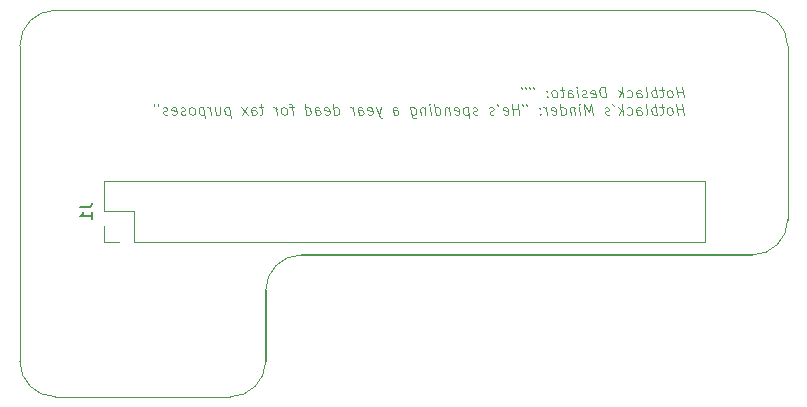
<source format=gbr>
G04 #@! TF.GenerationSoftware,KiCad,Pcbnew,(6.0.1)*
G04 #@! TF.CreationDate,2022-12-05T14:44:52+00:00*
G04 #@! TF.ProjectId,retropie-minicade-hat,72657472-6f70-4696-952d-6d696e696361,rev?*
G04 #@! TF.SameCoordinates,Original*
G04 #@! TF.FileFunction,Legend,Bot*
G04 #@! TF.FilePolarity,Positive*
%FSLAX46Y46*%
G04 Gerber Fmt 4.6, Leading zero omitted, Abs format (unit mm)*
G04 Created by KiCad (PCBNEW (6.0.1)) date 2022-12-05 14:44:52*
%MOMM*%
%LPD*%
G01*
G04 APERTURE LIST*
G04 #@! TA.AperFunction,Profile*
%ADD10C,0.100000*%
G04 #@! TD*
G04 #@! TA.AperFunction,Profile*
%ADD11C,0.150000*%
G04 #@! TD*
%ADD12C,0.120000*%
%ADD13C,0.150000*%
G04 APERTURE END LIST*
D10*
X143510000Y-65024000D02*
X143499680Y-50291999D01*
X78499680Y-50291999D02*
X78499680Y-77013320D01*
D11*
X99314000Y-77018556D02*
X99314000Y-71013528D01*
D10*
X96314005Y-80013321D02*
G75*
G03*
X99314000Y-77018556I-2J3000002D01*
G01*
X140499680Y-47291999D02*
X81499680Y-47291999D01*
X81499680Y-80013320D02*
X96314005Y-80013320D01*
X102313995Y-68018763D02*
G75*
G03*
X99314000Y-71013528I2J-3000002D01*
G01*
D11*
X140510005Y-68018764D02*
X102313995Y-68018764D01*
D10*
X143499680Y-50291999D02*
G75*
G03*
X140499680Y-47291999I-3000001J-1D01*
G01*
X81499680Y-47291999D02*
G75*
G03*
X78499680Y-50291999I1J-3000001D01*
G01*
X140510005Y-68018765D02*
G75*
G03*
X143510000Y-65024000I-2J3000002D01*
G01*
X78499680Y-77013320D02*
G75*
G03*
X81499680Y-80013320I3000001J1D01*
G01*
D12*
X134703357Y-54673642D02*
X134590857Y-53773642D01*
X134644428Y-54202214D02*
X134130142Y-54202214D01*
X134189071Y-54673642D02*
X134076571Y-53773642D01*
X133631928Y-54673642D02*
X133712285Y-54630785D01*
X133749785Y-54587928D01*
X133781928Y-54502214D01*
X133749785Y-54245071D01*
X133696214Y-54159357D01*
X133648000Y-54116500D01*
X133556928Y-54073642D01*
X133428357Y-54073642D01*
X133348000Y-54116500D01*
X133310500Y-54159357D01*
X133278357Y-54245071D01*
X133310500Y-54502214D01*
X133364071Y-54587928D01*
X133412285Y-54630785D01*
X133503357Y-54673642D01*
X133631928Y-54673642D01*
X132999785Y-54073642D02*
X132656928Y-54073642D01*
X132833714Y-53773642D02*
X132930142Y-54545071D01*
X132898000Y-54630785D01*
X132817642Y-54673642D01*
X132731928Y-54673642D01*
X132431928Y-54673642D02*
X132319428Y-53773642D01*
X132362285Y-54116500D02*
X132271214Y-54073642D01*
X132099785Y-54073642D01*
X132019428Y-54116500D01*
X131981928Y-54159357D01*
X131949785Y-54245071D01*
X131981928Y-54502214D01*
X132035500Y-54587928D01*
X132083714Y-54630785D01*
X132174785Y-54673642D01*
X132346214Y-54673642D01*
X132426571Y-54630785D01*
X131489071Y-54673642D02*
X131569428Y-54630785D01*
X131601571Y-54545071D01*
X131505142Y-53773642D01*
X130760500Y-54673642D02*
X130701571Y-54202214D01*
X130733714Y-54116500D01*
X130814071Y-54073642D01*
X130985500Y-54073642D01*
X131076571Y-54116500D01*
X130755142Y-54630785D02*
X130846214Y-54673642D01*
X131060500Y-54673642D01*
X131140857Y-54630785D01*
X131173000Y-54545071D01*
X131162285Y-54459357D01*
X131108714Y-54373642D01*
X131017642Y-54330785D01*
X130803357Y-54330785D01*
X130712285Y-54287928D01*
X129940857Y-54630785D02*
X130031928Y-54673642D01*
X130203357Y-54673642D01*
X130283714Y-54630785D01*
X130321214Y-54587928D01*
X130353357Y-54502214D01*
X130321214Y-54245071D01*
X130267642Y-54159357D01*
X130219428Y-54116500D01*
X130128357Y-54073642D01*
X129956928Y-54073642D01*
X129876571Y-54116500D01*
X129560500Y-54673642D02*
X129448000Y-53773642D01*
X129431928Y-54330785D02*
X129217642Y-54673642D01*
X129142642Y-54073642D02*
X129528357Y-54416500D01*
X128146214Y-54673642D02*
X128033714Y-53773642D01*
X127819428Y-53773642D01*
X127696214Y-53816500D01*
X127621214Y-53902214D01*
X127589071Y-53987928D01*
X127567642Y-54159357D01*
X127583714Y-54287928D01*
X127648000Y-54459357D01*
X127701571Y-54545071D01*
X127798000Y-54630785D01*
X127931928Y-54673642D01*
X128146214Y-54673642D01*
X126898000Y-54630785D02*
X126989071Y-54673642D01*
X127160500Y-54673642D01*
X127240857Y-54630785D01*
X127273000Y-54545071D01*
X127230142Y-54202214D01*
X127176571Y-54116500D01*
X127085500Y-54073642D01*
X126914071Y-54073642D01*
X126833714Y-54116500D01*
X126801571Y-54202214D01*
X126812285Y-54287928D01*
X127251571Y-54373642D01*
X126512285Y-54630785D02*
X126431928Y-54673642D01*
X126260500Y-54673642D01*
X126169428Y-54630785D01*
X126115857Y-54545071D01*
X126110500Y-54502214D01*
X126142642Y-54416500D01*
X126223000Y-54373642D01*
X126351571Y-54373642D01*
X126431928Y-54330785D01*
X126464071Y-54245071D01*
X126458714Y-54202214D01*
X126405142Y-54116500D01*
X126314071Y-54073642D01*
X126185500Y-54073642D01*
X126105142Y-54116500D01*
X125746214Y-54673642D02*
X125671214Y-54073642D01*
X125633714Y-53773642D02*
X125681928Y-53816500D01*
X125644428Y-53859357D01*
X125596214Y-53816500D01*
X125633714Y-53773642D01*
X125644428Y-53859357D01*
X124931928Y-54673642D02*
X124873000Y-54202214D01*
X124905142Y-54116500D01*
X124985500Y-54073642D01*
X125156928Y-54073642D01*
X125248000Y-54116500D01*
X124926571Y-54630785D02*
X125017642Y-54673642D01*
X125231928Y-54673642D01*
X125312285Y-54630785D01*
X125344428Y-54545071D01*
X125333714Y-54459357D01*
X125280142Y-54373642D01*
X125189071Y-54330785D01*
X124974785Y-54330785D01*
X124883714Y-54287928D01*
X124556928Y-54073642D02*
X124214071Y-54073642D01*
X124390857Y-53773642D02*
X124487285Y-54545071D01*
X124455142Y-54630785D01*
X124374785Y-54673642D01*
X124289071Y-54673642D01*
X123860500Y-54673642D02*
X123940857Y-54630785D01*
X123978357Y-54587928D01*
X124010500Y-54502214D01*
X123978357Y-54245071D01*
X123924785Y-54159357D01*
X123876571Y-54116500D01*
X123785500Y-54073642D01*
X123656928Y-54073642D01*
X123576571Y-54116500D01*
X123539071Y-54159357D01*
X123506928Y-54245071D01*
X123539071Y-54502214D01*
X123592642Y-54587928D01*
X123640857Y-54630785D01*
X123731928Y-54673642D01*
X123860500Y-54673642D01*
X123164071Y-54587928D02*
X123126571Y-54630785D01*
X123174785Y-54673642D01*
X123212285Y-54630785D01*
X123164071Y-54587928D01*
X123174785Y-54673642D01*
X123105142Y-54116500D02*
X123067642Y-54159357D01*
X123115857Y-54202214D01*
X123153357Y-54159357D01*
X123105142Y-54116500D01*
X123115857Y-54202214D01*
X121990857Y-53773642D02*
X122012285Y-53945071D01*
X121648000Y-53773642D02*
X121669428Y-53945071D01*
X121305142Y-53773642D02*
X121326571Y-53945071D01*
X120962285Y-53773642D02*
X120983714Y-53945071D01*
X134703357Y-56122642D02*
X134590857Y-55222642D01*
X134644428Y-55651214D02*
X134130142Y-55651214D01*
X134189071Y-56122642D02*
X134076571Y-55222642D01*
X133631928Y-56122642D02*
X133712285Y-56079785D01*
X133749785Y-56036928D01*
X133781928Y-55951214D01*
X133749785Y-55694071D01*
X133696214Y-55608357D01*
X133648000Y-55565500D01*
X133556928Y-55522642D01*
X133428357Y-55522642D01*
X133348000Y-55565500D01*
X133310500Y-55608357D01*
X133278357Y-55694071D01*
X133310500Y-55951214D01*
X133364071Y-56036928D01*
X133412285Y-56079785D01*
X133503357Y-56122642D01*
X133631928Y-56122642D01*
X132999785Y-55522642D02*
X132656928Y-55522642D01*
X132833714Y-55222642D02*
X132930142Y-55994071D01*
X132898000Y-56079785D01*
X132817642Y-56122642D01*
X132731928Y-56122642D01*
X132431928Y-56122642D02*
X132319428Y-55222642D01*
X132362285Y-55565500D02*
X132271214Y-55522642D01*
X132099785Y-55522642D01*
X132019428Y-55565500D01*
X131981928Y-55608357D01*
X131949785Y-55694071D01*
X131981928Y-55951214D01*
X132035500Y-56036928D01*
X132083714Y-56079785D01*
X132174785Y-56122642D01*
X132346214Y-56122642D01*
X132426571Y-56079785D01*
X131489071Y-56122642D02*
X131569428Y-56079785D01*
X131601571Y-55994071D01*
X131505142Y-55222642D01*
X130760500Y-56122642D02*
X130701571Y-55651214D01*
X130733714Y-55565500D01*
X130814071Y-55522642D01*
X130985500Y-55522642D01*
X131076571Y-55565500D01*
X130755142Y-56079785D02*
X130846214Y-56122642D01*
X131060500Y-56122642D01*
X131140857Y-56079785D01*
X131172999Y-55994071D01*
X131162285Y-55908357D01*
X131108714Y-55822642D01*
X131017642Y-55779785D01*
X130803357Y-55779785D01*
X130712285Y-55736928D01*
X129940857Y-56079785D02*
X130031928Y-56122642D01*
X130203357Y-56122642D01*
X130283714Y-56079785D01*
X130321214Y-56036928D01*
X130353357Y-55951214D01*
X130321214Y-55694071D01*
X130267642Y-55608357D01*
X130219428Y-55565500D01*
X130128357Y-55522642D01*
X129956928Y-55522642D01*
X129876571Y-55565500D01*
X129560499Y-56122642D02*
X129447999Y-55222642D01*
X129431928Y-55779785D02*
X129217642Y-56122642D01*
X129142642Y-55522642D02*
X129528357Y-55865500D01*
X128676571Y-55222642D02*
X128783714Y-55394071D01*
X128440857Y-56079785D02*
X128360500Y-56122642D01*
X128189071Y-56122642D01*
X128098000Y-56079785D01*
X128044428Y-55994071D01*
X128039071Y-55951214D01*
X128071214Y-55865500D01*
X128151571Y-55822642D01*
X128280142Y-55822642D01*
X128360500Y-55779785D01*
X128392642Y-55694071D01*
X128387285Y-55651214D01*
X128333714Y-55565500D01*
X128242642Y-55522642D01*
X128114071Y-55522642D01*
X128033714Y-55565500D01*
X126989071Y-56122642D02*
X126876571Y-55222642D01*
X126656928Y-55865500D01*
X126276571Y-55222642D01*
X126389071Y-56122642D01*
X125960500Y-56122642D02*
X125885500Y-55522642D01*
X125848000Y-55222642D02*
X125896214Y-55265500D01*
X125858714Y-55308357D01*
X125810500Y-55265500D01*
X125848000Y-55222642D01*
X125858714Y-55308357D01*
X125456928Y-55522642D02*
X125531928Y-56122642D01*
X125467642Y-55608357D02*
X125419428Y-55565500D01*
X125328357Y-55522642D01*
X125199785Y-55522642D01*
X125119428Y-55565500D01*
X125087285Y-55651214D01*
X125146214Y-56122642D01*
X124331928Y-56122642D02*
X124219428Y-55222642D01*
X124326571Y-56079785D02*
X124417642Y-56122642D01*
X124589071Y-56122642D01*
X124669428Y-56079785D01*
X124706928Y-56036928D01*
X124739071Y-55951214D01*
X124706928Y-55694071D01*
X124653357Y-55608357D01*
X124605142Y-55565500D01*
X124514071Y-55522642D01*
X124342642Y-55522642D01*
X124262285Y-55565500D01*
X123555142Y-56079785D02*
X123646214Y-56122642D01*
X123817642Y-56122642D01*
X123898000Y-56079785D01*
X123930142Y-55994071D01*
X123887285Y-55651214D01*
X123833714Y-55565500D01*
X123742642Y-55522642D01*
X123571214Y-55522642D01*
X123490857Y-55565500D01*
X123458714Y-55651214D01*
X123469428Y-55736928D01*
X123908714Y-55822642D01*
X123131928Y-56122642D02*
X123056928Y-55522642D01*
X123078357Y-55694071D02*
X123024785Y-55608357D01*
X122976571Y-55565500D01*
X122885500Y-55522642D01*
X122799785Y-55522642D01*
X122564071Y-56036928D02*
X122526571Y-56079785D01*
X122574785Y-56122642D01*
X122612285Y-56079785D01*
X122564071Y-56036928D01*
X122574785Y-56122642D01*
X122505142Y-55565500D02*
X122467642Y-55608357D01*
X122515857Y-55651214D01*
X122553357Y-55608357D01*
X122505142Y-55565500D01*
X122515857Y-55651214D01*
X121390857Y-55222642D02*
X121412285Y-55394071D01*
X121048000Y-55222642D02*
X121069428Y-55394071D01*
X120774785Y-56122642D02*
X120662285Y-55222642D01*
X120715857Y-55651214D02*
X120201571Y-55651214D01*
X120260500Y-56122642D02*
X120148000Y-55222642D01*
X119483714Y-56079785D02*
X119574785Y-56122642D01*
X119746214Y-56122642D01*
X119826571Y-56079785D01*
X119858714Y-55994071D01*
X119815857Y-55651214D01*
X119762285Y-55565500D01*
X119671214Y-55522642D01*
X119499785Y-55522642D01*
X119419428Y-55565500D01*
X119387285Y-55651214D01*
X119398000Y-55736928D01*
X119837285Y-55822642D01*
X118905142Y-55222642D02*
X119012285Y-55394071D01*
X118669428Y-56079785D02*
X118589071Y-56122642D01*
X118417642Y-56122642D01*
X118326571Y-56079785D01*
X118273000Y-55994071D01*
X118267642Y-55951214D01*
X118299785Y-55865500D01*
X118380142Y-55822642D01*
X118508714Y-55822642D01*
X118589071Y-55779785D01*
X118621214Y-55694071D01*
X118615857Y-55651214D01*
X118562285Y-55565500D01*
X118471214Y-55522642D01*
X118342642Y-55522642D01*
X118262285Y-55565500D01*
X117255142Y-56079785D02*
X117174785Y-56122642D01*
X117003357Y-56122642D01*
X116912285Y-56079785D01*
X116858714Y-55994071D01*
X116853357Y-55951214D01*
X116885500Y-55865500D01*
X116965857Y-55822642D01*
X117094428Y-55822642D01*
X117174785Y-55779785D01*
X117206928Y-55694071D01*
X117201571Y-55651214D01*
X117148000Y-55565500D01*
X117056928Y-55522642D01*
X116928357Y-55522642D01*
X116848000Y-55565500D01*
X116414071Y-55522642D02*
X116526571Y-56422642D01*
X116419428Y-55565500D02*
X116328357Y-55522642D01*
X116156928Y-55522642D01*
X116076571Y-55565500D01*
X116039071Y-55608357D01*
X116006928Y-55694071D01*
X116039071Y-55951214D01*
X116092642Y-56036928D01*
X116140857Y-56079785D01*
X116231928Y-56122642D01*
X116403357Y-56122642D01*
X116483714Y-56079785D01*
X115326571Y-56079785D02*
X115417642Y-56122642D01*
X115589071Y-56122642D01*
X115669428Y-56079785D01*
X115701571Y-55994071D01*
X115658714Y-55651214D01*
X115605142Y-55565500D01*
X115514071Y-55522642D01*
X115342642Y-55522642D01*
X115262285Y-55565500D01*
X115230142Y-55651214D01*
X115240857Y-55736928D01*
X115680142Y-55822642D01*
X114828357Y-55522642D02*
X114903357Y-56122642D01*
X114839071Y-55608357D02*
X114790857Y-55565500D01*
X114699785Y-55522642D01*
X114571214Y-55522642D01*
X114490857Y-55565500D01*
X114458714Y-55651214D01*
X114517642Y-56122642D01*
X113703357Y-56122642D02*
X113590857Y-55222642D01*
X113698000Y-56079785D02*
X113789071Y-56122642D01*
X113960500Y-56122642D01*
X114040857Y-56079785D01*
X114078357Y-56036928D01*
X114110500Y-55951214D01*
X114078357Y-55694071D01*
X114024785Y-55608357D01*
X113976571Y-55565500D01*
X113885500Y-55522642D01*
X113714071Y-55522642D01*
X113633714Y-55565500D01*
X113274785Y-56122642D02*
X113199785Y-55522642D01*
X113162285Y-55222642D02*
X113210500Y-55265500D01*
X113173000Y-55308357D01*
X113124785Y-55265500D01*
X113162285Y-55222642D01*
X113173000Y-55308357D01*
X112771214Y-55522642D02*
X112846214Y-56122642D01*
X112781928Y-55608357D02*
X112733714Y-55565500D01*
X112642642Y-55522642D01*
X112514071Y-55522642D01*
X112433714Y-55565500D01*
X112401571Y-55651214D01*
X112460500Y-56122642D01*
X111571214Y-55522642D02*
X111662285Y-56251214D01*
X111715857Y-56336928D01*
X111764071Y-56379785D01*
X111855142Y-56422642D01*
X111983714Y-56422642D01*
X112064071Y-56379785D01*
X111640857Y-56079785D02*
X111731928Y-56122642D01*
X111903357Y-56122642D01*
X111983714Y-56079785D01*
X112021214Y-56036928D01*
X112053357Y-55951214D01*
X112021214Y-55694071D01*
X111967642Y-55608357D01*
X111919428Y-55565500D01*
X111828357Y-55522642D01*
X111656928Y-55522642D01*
X111576571Y-55565500D01*
X110146214Y-56122642D02*
X110087285Y-55651214D01*
X110119428Y-55565500D01*
X110199785Y-55522642D01*
X110371214Y-55522642D01*
X110462285Y-55565500D01*
X110140857Y-56079785D02*
X110231928Y-56122642D01*
X110446214Y-56122642D01*
X110526571Y-56079785D01*
X110558714Y-55994071D01*
X110548000Y-55908357D01*
X110494428Y-55822642D01*
X110403357Y-55779785D01*
X110189071Y-55779785D01*
X110098000Y-55736928D01*
X109042642Y-55522642D02*
X108903357Y-56122642D01*
X108614071Y-55522642D02*
X108903357Y-56122642D01*
X109015857Y-56336928D01*
X109064071Y-56379785D01*
X109155142Y-56422642D01*
X107998000Y-56079785D02*
X108089071Y-56122642D01*
X108260500Y-56122642D01*
X108340857Y-56079785D01*
X108373000Y-55994071D01*
X108330142Y-55651214D01*
X108276571Y-55565500D01*
X108185500Y-55522642D01*
X108014071Y-55522642D01*
X107933714Y-55565500D01*
X107901571Y-55651214D01*
X107912285Y-55736928D01*
X108351571Y-55822642D01*
X107189071Y-56122642D02*
X107130142Y-55651214D01*
X107162285Y-55565500D01*
X107242642Y-55522642D01*
X107414071Y-55522642D01*
X107505142Y-55565500D01*
X107183714Y-56079785D02*
X107274785Y-56122642D01*
X107489071Y-56122642D01*
X107569428Y-56079785D01*
X107601571Y-55994071D01*
X107590857Y-55908357D01*
X107537285Y-55822642D01*
X107446214Y-55779785D01*
X107231928Y-55779785D01*
X107140857Y-55736928D01*
X106760500Y-56122642D02*
X106685500Y-55522642D01*
X106706928Y-55694071D02*
X106653357Y-55608357D01*
X106605142Y-55565500D01*
X106514071Y-55522642D01*
X106428357Y-55522642D01*
X105131928Y-56122642D02*
X105019428Y-55222642D01*
X105126571Y-56079785D02*
X105217642Y-56122642D01*
X105389071Y-56122642D01*
X105469428Y-56079785D01*
X105506928Y-56036928D01*
X105539071Y-55951214D01*
X105506928Y-55694071D01*
X105453357Y-55608357D01*
X105405142Y-55565500D01*
X105314071Y-55522642D01*
X105142642Y-55522642D01*
X105062285Y-55565500D01*
X104355142Y-56079785D02*
X104446214Y-56122642D01*
X104617642Y-56122642D01*
X104698000Y-56079785D01*
X104730142Y-55994071D01*
X104687285Y-55651214D01*
X104633714Y-55565500D01*
X104542642Y-55522642D01*
X104371214Y-55522642D01*
X104290857Y-55565500D01*
X104258714Y-55651214D01*
X104269428Y-55736928D01*
X104708714Y-55822642D01*
X103546214Y-56122642D02*
X103487285Y-55651214D01*
X103519428Y-55565500D01*
X103599785Y-55522642D01*
X103771214Y-55522642D01*
X103862285Y-55565500D01*
X103540857Y-56079785D02*
X103631928Y-56122642D01*
X103846214Y-56122642D01*
X103926571Y-56079785D01*
X103958714Y-55994071D01*
X103948000Y-55908357D01*
X103894428Y-55822642D01*
X103803357Y-55779785D01*
X103589071Y-55779785D01*
X103498000Y-55736928D01*
X102731928Y-56122642D02*
X102619428Y-55222642D01*
X102726571Y-56079785D02*
X102817642Y-56122642D01*
X102989071Y-56122642D01*
X103069428Y-56079785D01*
X103106928Y-56036928D01*
X103139071Y-55951214D01*
X103106928Y-55694071D01*
X103053357Y-55608357D01*
X103005142Y-55565500D01*
X102914071Y-55522642D01*
X102742642Y-55522642D01*
X102662285Y-55565500D01*
X101671214Y-55522642D02*
X101328357Y-55522642D01*
X101617642Y-56122642D02*
X101521214Y-55351214D01*
X101467642Y-55265500D01*
X101376571Y-55222642D01*
X101290857Y-55222642D01*
X100974785Y-56122642D02*
X101055142Y-56079785D01*
X101092642Y-56036928D01*
X101124785Y-55951214D01*
X101092642Y-55694071D01*
X101039071Y-55608357D01*
X100990857Y-55565500D01*
X100899785Y-55522642D01*
X100771214Y-55522642D01*
X100690857Y-55565500D01*
X100653357Y-55608357D01*
X100621214Y-55694071D01*
X100653357Y-55951214D01*
X100706928Y-56036928D01*
X100755142Y-56079785D01*
X100846214Y-56122642D01*
X100974785Y-56122642D01*
X100289071Y-56122642D02*
X100214071Y-55522642D01*
X100235500Y-55694071D02*
X100181928Y-55608357D01*
X100133714Y-55565500D01*
X100042642Y-55522642D01*
X99956928Y-55522642D01*
X99099785Y-55522642D02*
X98756928Y-55522642D01*
X98933714Y-55222642D02*
X99030142Y-55994071D01*
X98998000Y-56079785D01*
X98917642Y-56122642D01*
X98831928Y-56122642D01*
X98146214Y-56122642D02*
X98087285Y-55651214D01*
X98119428Y-55565500D01*
X98199785Y-55522642D01*
X98371214Y-55522642D01*
X98462285Y-55565500D01*
X98140857Y-56079785D02*
X98231928Y-56122642D01*
X98446214Y-56122642D01*
X98526571Y-56079785D01*
X98558714Y-55994071D01*
X98548000Y-55908357D01*
X98494428Y-55822642D01*
X98403357Y-55779785D01*
X98189071Y-55779785D01*
X98098000Y-55736928D01*
X97803357Y-56122642D02*
X97256928Y-55522642D01*
X97728357Y-55522642D02*
X97331928Y-56122642D01*
X96228357Y-55522642D02*
X96340857Y-56422642D01*
X96233714Y-55565500D02*
X96142642Y-55522642D01*
X95971214Y-55522642D01*
X95890857Y-55565500D01*
X95853357Y-55608357D01*
X95821214Y-55694071D01*
X95853357Y-55951214D01*
X95906928Y-56036928D01*
X95955142Y-56079785D01*
X96046214Y-56122642D01*
X96217642Y-56122642D01*
X96298000Y-56079785D01*
X95028357Y-55522642D02*
X95103357Y-56122642D01*
X95414071Y-55522642D02*
X95473000Y-55994071D01*
X95440857Y-56079785D01*
X95360500Y-56122642D01*
X95231928Y-56122642D01*
X95140857Y-56079785D01*
X95092642Y-56036928D01*
X94674785Y-56122642D02*
X94599785Y-55522642D01*
X94621214Y-55694071D02*
X94567642Y-55608357D01*
X94519428Y-55565500D01*
X94428357Y-55522642D01*
X94342642Y-55522642D01*
X94042642Y-55522642D02*
X94155142Y-56422642D01*
X94048000Y-55565500D02*
X93956928Y-55522642D01*
X93785500Y-55522642D01*
X93705142Y-55565500D01*
X93667642Y-55608357D01*
X93635500Y-55694071D01*
X93667642Y-55951214D01*
X93721214Y-56036928D01*
X93769428Y-56079785D01*
X93860500Y-56122642D01*
X94031928Y-56122642D01*
X94112285Y-56079785D01*
X93174785Y-56122642D02*
X93255142Y-56079785D01*
X93292642Y-56036928D01*
X93324785Y-55951214D01*
X93292642Y-55694071D01*
X93239071Y-55608357D01*
X93190857Y-55565500D01*
X93099785Y-55522642D01*
X92971214Y-55522642D01*
X92890857Y-55565500D01*
X92853357Y-55608357D01*
X92821214Y-55694071D01*
X92853357Y-55951214D01*
X92906928Y-56036928D01*
X92955142Y-56079785D01*
X93046214Y-56122642D01*
X93174785Y-56122642D01*
X92526571Y-56079785D02*
X92446214Y-56122642D01*
X92274785Y-56122642D01*
X92183714Y-56079785D01*
X92130142Y-55994071D01*
X92124785Y-55951214D01*
X92156928Y-55865500D01*
X92237285Y-55822642D01*
X92365857Y-55822642D01*
X92446214Y-55779785D01*
X92478357Y-55694071D01*
X92473000Y-55651214D01*
X92419428Y-55565500D01*
X92328357Y-55522642D01*
X92199785Y-55522642D01*
X92119428Y-55565500D01*
X91412285Y-56079785D02*
X91503357Y-56122642D01*
X91674785Y-56122642D01*
X91755142Y-56079785D01*
X91787285Y-55994071D01*
X91744428Y-55651214D01*
X91690857Y-55565500D01*
X91599785Y-55522642D01*
X91428357Y-55522642D01*
X91348000Y-55565500D01*
X91315857Y-55651214D01*
X91326571Y-55736928D01*
X91765857Y-55822642D01*
X91026571Y-56079785D02*
X90946214Y-56122642D01*
X90774785Y-56122642D01*
X90683714Y-56079785D01*
X90630142Y-55994071D01*
X90624785Y-55951214D01*
X90656928Y-55865500D01*
X90737285Y-55822642D01*
X90865857Y-55822642D01*
X90946214Y-55779785D01*
X90978357Y-55694071D01*
X90973000Y-55651214D01*
X90919428Y-55565500D01*
X90828357Y-55522642D01*
X90699785Y-55522642D01*
X90619428Y-55565500D01*
X90190857Y-55222642D02*
X90212285Y-55394071D01*
X89848000Y-55222642D02*
X89869428Y-55394071D01*
D13*
X83602380Y-63986666D02*
X84316666Y-63986666D01*
X84459523Y-63939047D01*
X84554761Y-63843809D01*
X84602380Y-63700952D01*
X84602380Y-63605714D01*
X84602380Y-64986666D02*
X84602380Y-64415238D01*
X84602380Y-64700952D02*
X83602380Y-64700952D01*
X83745238Y-64605714D01*
X83840476Y-64510476D01*
X83888095Y-64415238D01*
D12*
X85590000Y-65590000D02*
X85590000Y-66920000D01*
X85590000Y-64320000D02*
X88190000Y-64320000D01*
X88190000Y-66920000D02*
X136510000Y-66920000D01*
X85590000Y-61720000D02*
X85590000Y-64320000D01*
X85590000Y-61720000D02*
X136510000Y-61720000D01*
X136510000Y-61720000D02*
X136510000Y-66920000D01*
X88190000Y-64320000D02*
X88190000Y-66920000D01*
X85590000Y-66920000D02*
X86920000Y-66920000D01*
M02*

</source>
